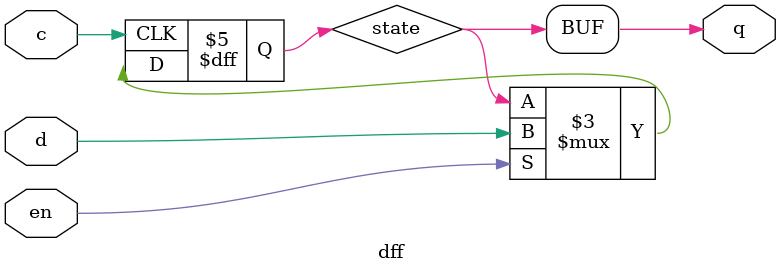
<source format=v>

module dff #(
    parameter bits = 1
)
(
    input c,
    input en,
    input [(bits - 1):0]d,
    output [(bits - 1):0]q
);

    reg [(bits - 1):0] state = 'h0;   // for defining prev state
    assign q = state;
    always @ (posedge c) begin
        if (en)
            state <= d;
   end
endmodule


</source>
